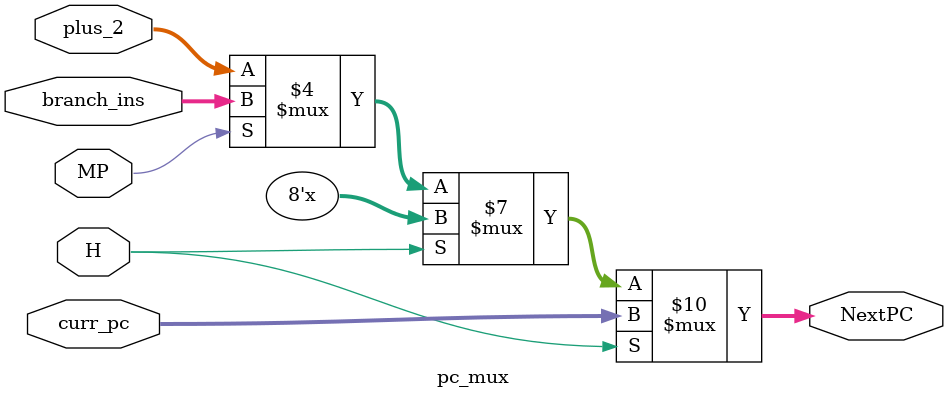
<source format=v>
`ifndef _PC_MUX_V_
`define _PC_MUX_V_

module pc_mux (
	input H,
	input MP,
	input [7:0] plus_2,
	input [7:0] branch_ins,
	input [7:0] curr_pc,
	output reg [7:0] NextPC
);

always @ (*) begin
	if (H) NextPC = curr_pc;
	else begin
		if (~MP) NextPC = plus_2;
		else NextPC = branch_ins;
	end
end

endmodule
`endif /* _PC_MUX_V_ */
</source>
